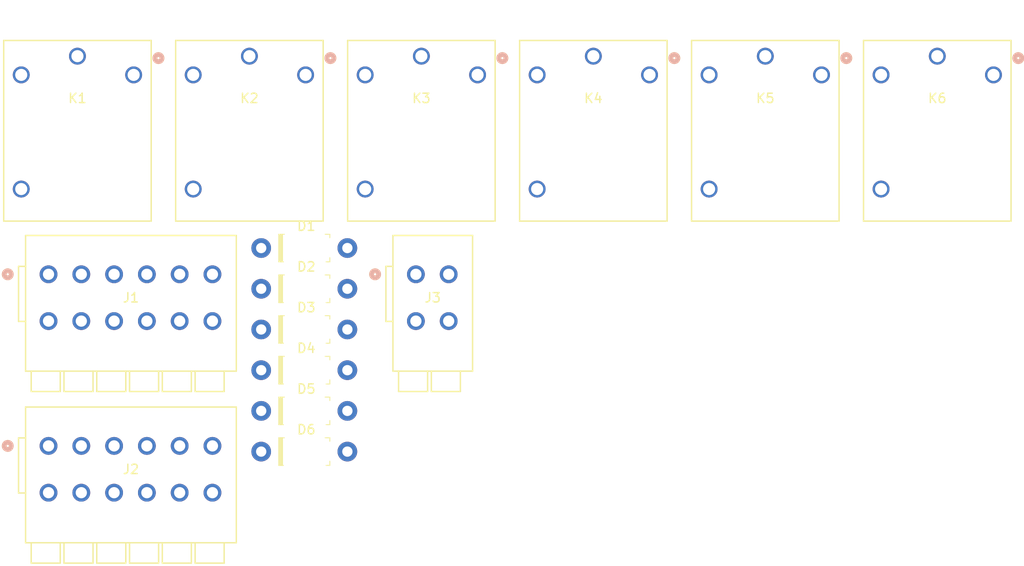
<source format=kicad_pcb>
(kicad_pcb (version 20241229) (generator "pcbnew") (generator_version "9.0")
  (layers (0 "F.Cu" signal) (2 "B.Cu" signal) (13 "F.Paste" user) (15 "B.Paste" user) (5 "F.SilkS" user "F.Silkscreen") (7 "B.SilkS" user "B.Silkscreen") (1 "F.Mask" user) (3 "B.Mask" user) (25 "Edge.Cuts" user))
  (net 0 "")
  (net 1 "Net-(D1-PadA)")
  (net 2 "Net-(J3-1_1)")
  (net 3 "Net-(D2-PadA)")
  (net 4 "Net-(D3-PadA)")
  (net 5 "Net-(D4-PadA)")
  (net 6 "Net-(D5-PadA)")
  (net 7 "Net-(J3-2_1)")
  (net 8 "Net-(J1-5_1)")
  (net 9 "Net-(J1-1_1)")
  (net 10 "Net-(J1-6_1)")
  (net 11 "Net-(J1-3_1)")
  (net 12 "Net-(J1-4_1)")
  (net 13 "Net-(J1-2_1)")
  (net 14 "Net-(J2-4_1)")
  (net 15 "Net-(J2-2_1)")
  (net 16 "Net-(J2-3_1)")
  (net 17 "Net-(J2-1_1)")
  (net 18 "Net-(J2-6_1)")
  (net 19 "Net-(J2-5_1)")
  (footprint "2601_1102:CONN2_2601-1102_WAG" (layer "F.Cu") (at 128 84.5)
    (property "Reference" "J3" (at 1.8 2.5 0) (layer "F.SilkS"))
    (property "Value" "2601-1102")
    (fp_line (start -3.2 5.034001) (end -3.2 -0.849998) (stroke (width 0.1524)) (layer "F.SilkS"))
    (fp_line (start -2.45 -4.149999) (end 6.05 -4.149999) (stroke (width 0.1524)) (layer "F.SilkS"))
    (fp_line (start -2.45 10.349999) (end -2.45 -4.149999) (stroke (width 0.1524)) (layer "F.SilkS"))
    (fp_line (start -2.45 10.349999) (end 6.05 10.349999) (stroke (width 0.1524)) (layer "F.SilkS"))
    (fp_line (start -2.449999 -0.849998) (end -3.2 -0.849998) (stroke (width 0.1524)) (layer "F.SilkS"))
    (fp_line (start -2.449999 5.034001) (end -3.2 5.034001) (stroke (width 0.1524)) (layer "F.SilkS"))
    (fp_line (start -1.85 10.35) (end -1.85 12.524999) (stroke (width 0.1524)) (layer "F.SilkS"))
    (fp_line (start -1.85 12.524999) (end 1.249999 12.524999) (stroke (width 0.1524)) (layer "F.SilkS"))
    (fp_line (start 1.249999 10.35) (end 1.249999 12.524999) (stroke (width 0.1524)) (layer "F.SilkS"))
    (fp_line (start 1.650001 10.35) (end 1.650001 12.524999) (stroke (width 0.1524)) (layer "F.SilkS"))
    (fp_line (start 1.650001 12.524999) (end 4.75 12.524999) (stroke (width 0.1524)) (layer "F.SilkS"))
    (fp_line (start 4.75 10.35) (end 4.75 12.524999) (stroke (width 0.1524)) (layer "F.SilkS"))
    (fp_line (start 6.05 -4.149999) (end 6.05 10.349999) (stroke (width 0.1524)) (layer "F.SilkS"))
    (fp_circle (center -4.355 0) (end -3.974 0) (stroke (width 0.508)) (fill no) (layer "F.SilkS"))
    (fp_circle (center -4.355 0) (end -3.974 0) (stroke (width 0.508)) (fill no) (layer "B.SilkS"))
    (pad "1" thru_hole circle (at 0 0) (size 1.9 1.9) (drill 1.2) (layers "*.Cu" "*.Mask") (net 2 "Net-(J3-1_1)"))
    (pad "2" thru_hole circle (at 0 5) (size 1.9 1.9) (drill 1.2) (layers "*.Cu" "*.Mask") (net 2 "Net-(J3-1_1)"))
    (pad "3" thru_hole circle (at 3.5 0) (size 1.9 1.9) (drill 1.2) (layers "*.Cu" "*.Mask") (net 7 "Net-(J3-2_1)"))
    (pad "4" thru_hole circle (at 3.5 5) (size 1.9 1.9) (drill 1.2) (layers "*.Cu" "*.Mask") (net 7 "Net-(J3-2_1)"))
  )
  (footprint "J107F1AS2012VDC.80:RELAY_J107F1A_CRS" (layer "F.Cu") (at 110.226388 61.191263)
    (property "Reference" "K2" (at 0 4.5 0) (layer "F.SilkS"))
    (property "Value" "J107F1AS2012VDC.80")
    (fp_line (start -7.874003 -1.677013) (end -7.874003 17.626987) (stroke (width 0.1524)) (layer "F.SilkS"))
    (fp_line (start -7.874003 17.626987) (end 7.873997 17.626987) (stroke (width 0.1524)) (layer "F.SilkS"))
    (fp_line (start 7.873997 -1.677013) (end -7.874003 -1.677013) (stroke (width 0.1524)) (layer "F.SilkS"))
    (fp_line (start 7.873997 17.626987) (end 7.873997 -1.677013) (stroke (width 0.1524)) (layer "F.SilkS"))
    (fp_circle (center 8.646982 0.209102) (end 9.027982 0.209102) (stroke (width 0.508)) (fill no) (layer "F.SilkS"))
    (fp_circle (center 8.646982 0.209102) (end 9.027982 0.209102) (stroke (width 0.508)) (fill no) (layer "B.SilkS"))
    (pad "1" thru_hole circle (at 0 0) (size 1.8034 1.8034) (drill 1.2954) (layers "*.Cu" "*.Mask") (net 8 "Net-(J1-5_1)"))
    (pad "2" thru_hole circle (at -6.000001 2) (size 1.8034 1.8034) (drill 1.2954) (layers "*.Cu" "*.Mask") (net 3 "Net-(D2-PadA)"))
    (pad "3" thru_hole circle (at -6.000001 14.200001) (size 1.8034 1.8034) (drill 1.2954) (layers "*.Cu" "*.Mask") (net 15 "Net-(J2-2_1)"))
    (pad "4" thru_hole circle (at 5.999996 2) (size 1.8034 1.8034) (drill 1.2954) (layers "*.Cu" "*.Mask") (net 1 "Net-(D1-PadA)"))
  )
  (footprint "digikey-footprints:DO-41" (layer "F.Cu") (at 111.485 86.044801)
    (property "Reference" "D2" (at 4.8133 -2.34696 0) (layer "F.SilkS"))
    (property "Value" "1N4001-TP")
    (fp_line (start 1.875 -1.475) (end 1.875 1.475) (stroke (width 0.1)) (layer "F.SilkS"))
    (fp_line (start 1.875 1.475) (end 2.375 1.475) (stroke (width 0.1)) (layer "F.SilkS"))
    (fp_line (start 1.975 -1.475) (end 1.975 1.475) (stroke (width 0.1)) (layer "F.SilkS"))
    (fp_line (start 2.075 -1.475) (end 2.075 1.475) (stroke (width 0.1)) (layer "F.SilkS"))
    (fp_line (start 2.175 -1.475) (end 2.175 1.475) (stroke (width 0.1)) (layer "F.SilkS"))
    (fp_line (start 2.275 -1.475) (end 2.275 1.475) (stroke (width 0.1)) (layer "F.SilkS"))
    (fp_line (start 2.475 -1.475) (end 1.875 -1.475) (stroke (width 0.1)) (layer "F.SilkS"))
    (fp_line (start 6.825 -1.475) (end 7.325 -1.475) (stroke (width 0.1)) (layer "F.SilkS"))
    (fp_line (start 7.325 -1.475) (end 7.325 -1.1) (stroke (width 0.1)) (layer "F.SilkS"))
    (fp_line (start 7.325 1.025) (end 7.325 1.475) (stroke (width 0.1)) (layer "F.SilkS"))
    (fp_line (start 7.325 1.475) (end 6.925 1.475) (stroke (width 0.1)) (layer "F.SilkS"))
    (pad "A" thru_hole circle (at 9.2 0) (size 2.1 2.1) (drill 1.1) (layers "*.Cu" "*.Mask") (net 3 "Net-(D2-PadA)"))
    (pad "K" thru_hole circle (at 0 0) (size 2.1 2.1) (drill 1.1) (layers "*.Cu" "*.Mask") (net 1 "Net-(D1-PadA)"))
  )
  (footprint "digikey-footprints:DO-41" (layer "F.Cu") (at 111.485 81.694801)
    (property "Reference" "D1" (at 4.8133 -2.34696 0) (layer "F.SilkS"))
    (property "Value" "1N4001-TP")
    (fp_line (start 1.875 -1.475) (end 1.875 1.475) (stroke (width 0.1)) (layer "F.SilkS"))
    (fp_line (start 1.875 1.475) (end 2.375 1.475) (stroke (width 0.1)) (layer "F.SilkS"))
    (fp_line (start 1.975 -1.475) (end 1.975 1.475) (stroke (width 0.1)) (layer "F.SilkS"))
    (fp_line (start 2.075 -1.475) (end 2.075 1.475) (stroke (width 0.1)) (layer "F.SilkS"))
    (fp_line (start 2.175 -1.475) (end 2.175 1.475) (stroke (width 0.1)) (layer "F.SilkS"))
    (fp_line (start 2.275 -1.475) (end 2.275 1.475) (stroke (width 0.1)) (layer "F.SilkS"))
    (fp_line (start 2.475 -1.475) (end 1.875 -1.475) (stroke (width 0.1)) (layer "F.SilkS"))
    (fp_line (start 6.825 -1.475) (end 7.325 -1.475) (stroke (width 0.1)) (layer "F.SilkS"))
    (fp_line (start 7.325 -1.475) (end 7.325 -1.1) (stroke (width 0.1)) (layer "F.SilkS"))
    (fp_line (start 7.325 1.025) (end 7.325 1.475) (stroke (width 0.1)) (layer "F.SilkS"))
    (fp_line (start 7.325 1.475) (end 6.925 1.475) (stroke (width 0.1)) (layer "F.SilkS"))
    (pad "A" thru_hole circle (at 9.2 0) (size 2.1 2.1) (drill 1.1) (layers "*.Cu" "*.Mask") (net 1 "Net-(D1-PadA)"))
    (pad "K" thru_hole circle (at 0 0) (size 2.1 2.1) (drill 1.1) (layers "*.Cu" "*.Mask") (net 2 "Net-(J3-1_1)"))
  )
  (footprint "J107F1AS2012VDC.80:RELAY_J107F1A_CRS" (layer "F.Cu") (at 146.944758 61.191263)
    (property "Reference" "K4" (at 0 4.5 0) (layer "F.SilkS"))
    (property "Value" "J107F1AS2012VDC.80")
    (fp_line (start -7.874003 -1.677013) (end -7.874003 17.626987) (stroke (width 0.1524)) (layer "F.SilkS"))
    (fp_line (start -7.874003 17.626987) (end 7.873997 17.626987) (stroke (width 0.1524)) (layer "F.SilkS"))
    (fp_line (start 7.873997 -1.677013) (end -7.874003 -1.677013) (stroke (width 0.1524)) (layer "F.SilkS"))
    (fp_line (start 7.873997 17.626987) (end 7.873997 -1.677013) (stroke (width 0.1524)) (layer "F.SilkS"))
    (fp_circle (center 8.646982 0.209102) (end 9.027982 0.209102) (stroke (width 0.508)) (fill no) (layer "F.SilkS"))
    (fp_circle (center 8.646982 0.209102) (end 9.027982 0.209102) (stroke (width 0.508)) (fill no) (layer "B.SilkS"))
    (pad "1" thru_hole circle (at 0 0) (size 1.8034 1.8034) (drill 1.2954) (layers "*.Cu" "*.Mask") (net 11 "Net-(J1-3_1)"))
    (pad "2" thru_hole circle (at -6.000001 2) (size 1.8034 1.8034) (drill 1.2954) (layers "*.Cu" "*.Mask") (net 5 "Net-(D4-PadA)"))
    (pad "3" thru_hole circle (at -6.000001 14.200001) (size 1.8034 1.8034) (drill 1.2954) (layers "*.Cu" "*.Mask") (net 14 "Net-(J2-4_1)"))
    (pad "4" thru_hole circle (at 5.999996 2) (size 1.8034 1.8034) (drill 1.2954) (layers "*.Cu" "*.Mask") (net 4 "Net-(D3-PadA)"))
  )
  (footprint "2601_1106:CONN6_2601-1106_WAG" (layer "F.Cu") (at 88.779998 84.5)
    (property "Reference" "J1" (at 8.800002 2.5 0) (layer "F.SilkS"))
    (property "Value" "2601-1106")
    (fp_line (start -3.199996 5.034001) (end -3.199996 -0.849998) (stroke (width 0.1524)) (layer "F.SilkS"))
    (fp_line (start -2.449996 -4.149999) (end 20.050003 -4.149999) (stroke (width 0.1524)) (layer "F.SilkS"))
    (fp_line (start -2.449996 10.349999) (end -2.449996 -4.149999) (stroke (width 0.1524)) (layer "F.SilkS"))
    (fp_line (start -2.449996 10.349999) (end 20.050003 10.349999) (stroke (width 0.1524)) (layer "F.SilkS"))
    (fp_line (start -2.449995 -0.849998) (end -3.199996 -0.849998) (stroke (width 0.1524)) (layer "F.SilkS"))
    (fp_line (start -2.449995 5.034001) (end -3.199996 5.034001) (stroke (width 0.1524)) (layer "F.SilkS"))
    (fp_line (start -1.849997 10.35) (end -1.849997 12.524999) (stroke (width 0.1524)) (layer "F.SilkS"))
    (fp_line (start -1.849997 12.524999) (end 1.250002 12.524999) (stroke (width 0.1524)) (layer "F.SilkS"))
    (fp_line (start 1.250002 10.35) (end 1.250002 12.524999) (stroke (width 0.1524)) (layer "F.SilkS"))
    (fp_line (start 1.650004 10.35) (end 1.650004 12.524999) (stroke (width 0.1524)) (layer "F.SilkS"))
    (fp_line (start 1.650004 12.524999) (end 4.750003 12.524999) (stroke (width 0.1524)) (layer "F.SilkS"))
    (fp_line (start 4.750003 10.35) (end 4.750003 12.524999) (stroke (width 0.1524)) (layer "F.SilkS"))
    (fp_line (start 5.150005 10.35) (end 5.150005 12.524999) (stroke (width 0.1524)) (layer "F.SilkS"))
    (fp_line (start 5.150005 12.524999) (end 8.250003 12.524999) (stroke (width 0.1524)) (layer "F.SilkS"))
    (fp_line (start 8.250003 10.35) (end 8.250003 12.524999) (stroke (width 0.1524)) (layer "F.SilkS"))
    (fp_line (start 8.650005 10.35) (end 8.650005 12.524999) (stroke (width 0.1524)) (layer "F.SilkS"))
    (fp_line (start 8.650005 12.524999) (end 11.750004 12.524999) (stroke (width 0.1524)) (layer "F.SilkS"))
    (fp_line (start 11.750004 10.35) (end 11.750004 12.524999) (stroke (width 0.1524)) (layer "F.SilkS"))
    (fp_line (start 12.150006 10.35) (end 12.150006 12.524999) (stroke (width 0.1524)) (layer "F.SilkS"))
    (fp_line (start 12.150006 12.524999) (end 15.250005 12.524999) (stroke (width 0.1524)) (layer "F.SilkS"))
    (fp_line (start 15.250005 10.35) (end 15.250005 12.524999) (stroke (width 0.1524)) (layer "F.SilkS"))
    (fp_line (start 15.650006 10.35) (end 15.650006 12.524999) (stroke (width 0.1524)) (layer "F.SilkS"))
    (fp_line (start 15.650006 12.524999) (end 18.750005 12.524999) (stroke (width 0.1524)) (layer "F.SilkS"))
    (fp_line (start 18.750005 10.35) (end 18.750005 12.524999) (stroke (width 0.1524)) (layer "F.SilkS"))
    (fp_line (start 20.050003 -4.149999) (end 20.050003 10.349999) (stroke (width 0.1524)) (layer "F.SilkS"))
    (fp_circle (center -4.354998 0) (end -3.973998 0) (stroke (width 0.508)) (fill no) (layer "F.SilkS"))
    (fp_circle (center -4.354998 0) (end -3.973998 0) (stroke (width 0.508)) (fill no) (layer "B.SilkS"))
    (pad "1" thru_hole circle (at 0 0) (size 1.9 1.9) (drill 1.2) (layers "*.Cu" "*.Mask") (net 9 "Net-(J1-1_1)"))
    (pad "2" thru_hole circle (at 0 5) (size 1.9 1.9) (drill 1.2) (layers "*.Cu" "*.Mask") (net 9 "Net-(J1-1_1)"))
    (pad "3" thru_hole circle (at 3.5 0) (size 1.9 1.9) (drill 1.2) (layers "*.Cu" "*.Mask") (net 13 "Net-(J1-2_1)"))
    (pad "4" thru_hole circle (at 3.5 5) (size 1.9 1.9) (drill 1.2) (layers "*.Cu" "*.Mask") (net 13 "Net-(J1-2_1)"))
    (pad "5" thru_hole circle (at 7.000003 0) (size 1.9 1.9) (drill 1.2) (layers "*.Cu" "*.Mask") (net 11 "Net-(J1-3_1)"))
    (pad "6" thru_hole circle (at 7.000003 5) (size 1.9 1.9) (drill 1.2) (layers "*.Cu" "*.Mask") (net 11 "Net-(J1-3_1)"))
    (pad "7" thru_hole circle (at 10.500004 0) (size 1.9 1.9) (drill 1.2) (layers "*.Cu" "*.Mask") (net 12 "Net-(J1-4_1)"))
    (pad "8" thru_hole circle (at 10.500004 5) (size 1.9 1.9) (drill 1.2) (layers "*.Cu" "*.Mask") (net 12 "Net-(J1-4_1)"))
    (pad "9" thru_hole circle (at 14.000005 0) (size 1.9 1.9) (drill 1.2) (layers "*.Cu" "*.Mask") (net 8 "Net-(J1-5_1)"))
    (pad "10" thru_hole circle (at 14.000005 5) (size 1.9 1.9) (drill 1.2) (layers "*.Cu" "*.Mask") (net 8 "Net-(J1-5_1)"))
    (pad "11" thru_hole circle (at 17.500005 0) (size 1.9 1.9) (drill 1.2) (layers "*.Cu" "*.Mask") (net 10 "Net-(J1-6_1)"))
    (pad "12" thru_hole circle (at 17.500005 5) (size 1.9 1.9) (drill 1.2) (layers "*.Cu" "*.Mask") (net 10 "Net-(J1-6_1)"))
  )
  (footprint "digikey-footprints:DO-41" (layer "F.Cu") (at 111.485 94.744801)
    (property "Reference" "D4" (at 4.8133 -2.34696 0) (layer "F.SilkS"))
    (property "Value" "1N4001-TP")
    (fp_line (start 1.875 -1.475) (end 1.875 1.475) (stroke (width 0.1)) (layer "F.SilkS"))
    (fp_line (start 1.875 1.475) (end 2.375 1.475) (stroke (width 0.1)) (layer "F.SilkS"))
    (fp_line (start 1.975 -1.475) (end 1.975 1.475) (stroke (width 0.1)) (layer "F.SilkS"))
    (fp_line (start 2.075 -1.475) (end 2.075 1.475) (stroke (width 0.1)) (layer "F.SilkS"))
    (fp_line (start 2.175 -1.475) (end 2.175 1.475) (stroke (width 0.1)) (layer "F.SilkS"))
    (fp_line (start 2.275 -1.475) (end 2.275 1.475) (stroke (width 0.1)) (layer "F.SilkS"))
    (fp_line (start 2.475 -1.475) (end 1.875 -1.475) (stroke (width 0.1)) (layer "F.SilkS"))
    (fp_line (start 6.825 -1.475) (end 7.325 -1.475) (stroke (width 0.1)) (layer "F.SilkS"))
    (fp_line (start 7.325 -1.475) (end 7.325 -1.1) (stroke (width 0.1)) (layer "F.SilkS"))
    (fp_line (start 7.325 1.025) (end 7.325 1.475) (stroke (width 0.1)) (layer "F.SilkS"))
    (fp_line (start 7.325 1.475) (end 6.925 1.475) (stroke (width 0.1)) (layer "F.SilkS"))
    (pad "A" thru_hole circle (at 9.2 0) (size 2.1 2.1) (drill 1.1) (layers "*.Cu" "*.Mask") (net 5 "Net-(D4-PadA)"))
    (pad "K" thru_hole circle (at 0 0) (size 2.1 2.1) (drill 1.1) (layers "*.Cu" "*.Mask") (net 4 "Net-(D3-PadA)"))
  )
  (footprint "J107F1AS2012VDC.80:RELAY_J107F1A_CRS" (layer "F.Cu") (at 128.585573 61.191263)
    (property "Reference" "K3" (at 0 4.5 0) (layer "F.SilkS"))
    (property "Value" "J107F1AS2012VDC.80")
    (fp_line (start -7.874003 -1.677013) (end -7.874003 17.626987) (stroke (width 0.1524)) (layer "F.SilkS"))
    (fp_line (start -7.874003 17.626987) (end 7.873997 17.626987) (stroke (width 0.1524)) (layer "F.SilkS"))
    (fp_line (start 7.873997 -1.677013) (end -7.874003 -1.677013) (stroke (width 0.1524)) (layer "F.SilkS"))
    (fp_line (start 7.873997 17.626987) (end 7.873997 -1.677013) (stroke (width 0.1524)) (layer "F.SilkS"))
    (fp_circle (center 8.646982 0.209102) (end 9.027982 0.209102) (stroke (width 0.508)) (fill no) (layer "F.SilkS"))
    (fp_circle (center 8.646982 0.209102) (end 9.027982 0.209102) (stroke (width 0.508)) (fill no) (layer "B.SilkS"))
    (pad "1" thru_hole circle (at 0 0) (size 1.8034 1.8034) (drill 1.2954) (layers "*.Cu" "*.Mask") (net 12 "Net-(J1-4_1)"))
    (pad "2" thru_hole circle (at -6.000001 2) (size 1.8034 1.8034) (drill 1.2954) (layers "*.Cu" "*.Mask") (net 4 "Net-(D3-PadA)"))
    (pad "3" thru_hole circle (at -6.000001 14.200001) (size 1.8034 1.8034) (drill 1.2954) (layers "*.Cu" "*.Mask") (net 16 "Net-(J2-3_1)"))
    (pad "4" thru_hole circle (at 5.999996 2) (size 1.8034 1.8034) (drill 1.2954) (layers "*.Cu" "*.Mask") (net 3 "Net-(D2-PadA)"))
  )
  (footprint "2601_1106:CONN6_2601-1106_WAG" (layer "F.Cu") (at 88.779998 102.835398)
    (property "Reference" "J2" (at 8.800002 2.5 0) (layer "F.SilkS"))
    (property "Value" "2601-1106")
    (fp_line (start -3.199996 5.034001) (end -3.199996 -0.849998) (stroke (width 0.1524)) (layer "F.SilkS"))
    (fp_line (start -2.449996 -4.149999) (end 20.050003 -4.149999) (stroke (width 0.1524)) (layer "F.SilkS"))
    (fp_line (start -2.449996 10.349999) (end -2.449996 -4.149999) (stroke (width 0.1524)) (layer "F.SilkS"))
    (fp_line (start -2.449996 10.349999) (end 20.050003 10.349999) (stroke (width 0.1524)) (layer "F.SilkS"))
    (fp_line (start -2.449995 -0.849998) (end -3.199996 -0.849998) (stroke (width 0.1524)) (layer "F.SilkS"))
    (fp_line (start -2.449995 5.034001) (end -3.199996 5.034001) (stroke (width 0.1524)) (layer "F.SilkS"))
    (fp_line (start -1.849997 10.35) (end -1.849997 12.524999) (stroke (width 0.1524)) (layer "F.SilkS"))
    (fp_line (start -1.849997 12.524999) (end 1.250002 12.524999) (stroke (width 0.1524)) (layer "F.SilkS"))
    (fp_line (start 1.250002 10.35) (end 1.250002 12.524999) (stroke (width 0.1524)) (layer "F.SilkS"))
    (fp_line (start 1.650004 10.35) (end 1.650004 12.524999) (stroke (width 0.1524)) (layer "F.SilkS"))
    (fp_line (start 1.650004 12.524999) (end 4.750003 12.524999) (stroke (width 0.1524)) (layer "F.SilkS"))
    (fp_line (start 4.750003 10.35) (end 4.750003 12.524999) (stroke (width 0.1524)) (layer "F.SilkS"))
    (fp_line (start 5.150005 10.35) (end 5.150005 12.524999) (stroke (width 0.1524)) (layer "F.SilkS"))
    (fp_line (start 5.150005 12.524999) (end 8.250003 12.524999) (stroke (width 0.1524)) (layer "F.SilkS"))
    (fp_line (start 8.250003 10.35) (end 8.250003 12.524999) (stroke (width 0.1524)) (layer "F.SilkS"))
    (fp_line (start 8.650005 10.35) (end 8.650005 12.524999) (stroke (width 0.1524)) (layer "F.SilkS"))
    (fp_line (start 8.650005 12.524999) (end 11.750004 12.524999) (stroke (width 0.1524)) (layer "F.SilkS"))
    (fp_line (start 11.750004 10.35) (end 11.750004 12.524999) (stroke (width 0.1524)) (layer "F.SilkS"))
    (fp_line (start 12.150006 10.35) (end 12.150006 12.524999) (stroke (width 0.1524)) (layer "F.SilkS"))
    (fp_line (start 12.150006 12.524999) (end 15.250005 12.524999) (stroke (width 0.1524)) (layer "F.SilkS"))
    (fp_line (start 15.250005 10.35) (end 15.250005 12.524999) (stroke (width 0.1524)) (layer "F.SilkS"))
    (fp_line (start 15.650006 10.35) (end 15.650006 12.524999) (stroke (width 0.1524)) (layer "F.SilkS"))
    (fp_line (start 15.650006 12.524999) (end 18.750005 12.524999) (stroke (width 0.1524)) (layer "F.SilkS"))
    (fp_line (start 18.750005 10.35) (end 18.750005 12.524999) (stroke (width 0.1524)) (layer "F.SilkS"))
    (fp_line (start 20.050003 -4.149999) (end 20.050003 10.349999) (stroke (width 0.1524)) (layer "F.SilkS"))
    (fp_circle (center -4.354998 0) (end -3.973998 0) (stroke (width 0.508)) (fill no) (layer "F.SilkS"))
    (fp_circle (center -4.354998 0) (end -3.973998 0) (stroke (width 0.508)) (fill no) (layer "B.SilkS"))
    (pad "1" thru_hole circle (at 0 0) (size 1.9 1.9) (drill 1.2) (layers "*.Cu" "*.Mask") (net 17 "Net-(J2-1_1)"))
    (pad "2" thru_hole circle (at 0 5) (size 1.9 1.9) (drill 1.2) (layers "*.Cu" "*.Mask") (net 17 "Net-(J2-1_1)"))
    (pad "3" thru_hole circle (at 3.5 0) (size 1.9 1.9) (drill 1.2) (layers "*.Cu" "*.Mask") (net 15 "Net-(J2-2_1)"))
    (pad "4" thru_hole circle (at 3.5 5) (size 1.9 1.9) (drill 1.2) (layers "*.Cu" "*.Mask") (net 15 "Net-(J2-2_1)"))
    (pad "5" thru_hole circle (at 7.000003 0) (size 1.9 1.9) (drill 1.2) (layers "*.Cu" "*.Mask") (net 16 "Net-(J2-3_1)"))
    (pad "6" thru_hole circle (at 7.000003 5) (size 1.9 1.9) (drill 1.2) (layers "*.Cu" "*.Mask") (net 16 "Net-(J2-3_1)"))
    (pad "7" thru_hole circle (at 10.500004 0) (size 1.9 1.9) (drill 1.2) (layers "*.Cu" "*.Mask") (net 14 "Net-(J2-4_1)"))
    (pad "8" thru_hole circle (at 10.500004 5) (size 1.9 1.9) (drill 1.2) (layers "*.Cu" "*.Mask") (net 14 "Net-(J2-4_1)"))
    (pad "9" thru_hole circle (at 14.000005 0) (size 1.9 1.9) (drill 1.2) (layers "*.Cu" "*.Mask") (net 19 "Net-(J2-5_1)"))
    (pad "10" thru_hole circle (at 14.000005 5) (size 1.9 1.9) (drill 1.2) (layers "*.Cu" "*.Mask") (net 19 "Net-(J2-5_1)"))
    (pad "11" thru_hole circle (at 17.500005 0) (size 1.9 1.9) (drill 1.2) (layers "*.Cu" "*.Mask") (net 18 "Net-(J2-6_1)"))
    (pad "12" thru_hole circle (at 17.500005 5) (size 1.9 1.9) (drill 1.2) (layers "*.Cu" "*.Mask") (net 18 "Net-(J2-6_1)"))
  )
  (footprint "J107F1AS2012VDC.80:RELAY_J107F1A_CRS" (layer "F.Cu") (at 183.663128 61.191263)
    (property "Reference" "K6" (at 0 4.5 0) (layer "F.SilkS"))
    (property "Value" "J107F1AS2012VDC.80")
    (fp_line (start -7.874003 -1.677013) (end -7.874003 17.626987) (stroke (width 0.1524)) (layer "F.SilkS"))
    (fp_line (start -7.874003 17.626987) (end 7.873997 17.626987) (stroke (width 0.1524)) (layer "F.SilkS"))
    (fp_line (start 7.873997 -1.677013) (end -7.874003 -1.677013) (stroke (width 0.1524)) (layer "F.SilkS"))
    (fp_line (start 7.873997 17.626987) (end 7.873997 -1.677013) (stroke (width 0.1524)) (layer "F.SilkS"))
    (fp_circle (center 8.646982 0.209102) (end 9.027982 0.209102) (stroke (width 0.508)) (fill no) (layer "F.SilkS"))
    (fp_circle (center 8.646982 0.209102) (end 9.027982 0.209102) (stroke (width 0.508)) (fill no) (layer "B.SilkS"))
    (pad "1" thru_hole circle (at 0 0) (size 1.8034 1.8034) (drill 1.2954) (layers "*.Cu" "*.Mask") (net 9 "Net-(J1-1_1)"))
    (pad "2" thru_hole circle (at -6.000001 2) (size 1.8034 1.8034) (drill 1.2954) (layers "*.Cu" "*.Mask") (net 7 "Net-(J3-2_1)"))
    (pad "3" thru_hole circle (at -6.000001 14.200001) (size 1.8034 1.8034) (drill 1.2954) (layers "*.Cu" "*.Mask") (net 18 "Net-(J2-6_1)"))
    (pad "4" thru_hole circle (at 5.999996 2) (size 1.8034 1.8034) (drill 1.2954) (layers "*.Cu" "*.Mask") (net 6 "Net-(D5-PadA)"))
  )
  (footprint "J107F1AS2012VDC.80:RELAY_J107F1A_CRS" (layer "F.Cu") (at 165.303943 61.191263)
    (property "Reference" "K5" (at 0 4.5 0) (layer "F.SilkS"))
    (property "Value" "J107F1AS2012VDC.80")
    (fp_line (start -7.874003 -1.677013) (end -7.874003 17.626987) (stroke (width 0.1524)) (layer "F.SilkS"))
    (fp_line (start -7.874003 17.626987) (end 7.873997 17.626987) (stroke (width 0.1524)) (layer "F.SilkS"))
    (fp_line (start 7.873997 -1.677013) (end -7.874003 -1.677013) (stroke (width 0.1524)) (layer "F.SilkS"))
    (fp_line (start 7.873997 17.626987) (end 7.873997 -1.677013) (stroke (width 0.1524)) (layer "F.SilkS"))
    (fp_circle (center 8.646982 0.209102) (end 9.027982 0.209102) (stroke (width 0.508)) (fill no) (layer "F.SilkS"))
    (fp_circle (center 8.646982 0.209102) (end 9.027982 0.209102) (stroke (width 0.508)) (fill no) (layer "B.SilkS"))
    (pad "1" thru_hole circle (at 0 0) (size 1.8034 1.8034) (drill 1.2954) (layers "*.Cu" "*.Mask") (net 13 "Net-(J1-2_1)"))
    (pad "2" thru_hole circle (at -6.000001 2) (size 1.8034 1.8034) (drill 1.2954) (layers "*.Cu" "*.Mask") (net 6 "Net-(D5-PadA)"))
    (pad "3" thru_hole circle (at -6.000001 14.200001) (size 1.8034 1.8034) (drill 1.2954) (layers "*.Cu" "*.Mask") (net 19 "Net-(J2-5_1)"))
    (pad "4" thru_hole circle (at 5.999996 2) (size 1.8034 1.8034) (drill 1.2954) (layers "*.Cu" "*.Mask") (net 5 "Net-(D4-PadA)"))
  )
  (footprint "digikey-footprints:DO-41" (layer "F.Cu") (at 111.485 103.444801)
    (property "Reference" "D6" (at 4.8133 -2.34696 0) (layer "F.SilkS"))
    (property "Value" "1N4001-TP")
    (fp_line (start 1.875 -1.475) (end 1.875 1.475) (stroke (width 0.1)) (layer "F.SilkS"))
    (fp_line (start 1.875 1.475) (end 2.375 1.475) (stroke (width 0.1)) (layer "F.SilkS"))
    (fp_line (start 1.975 -1.475) (end 1.975 1.475) (stroke (width 0.1)) (layer "F.SilkS"))
    (fp_line (start 2.075 -1.475) (end 2.075 1.475) (stroke (width 0.1)) (layer "F.SilkS"))
    (fp_line (start 2.175 -1.475) (end 2.175 1.475) (stroke (width 0.1)) (layer "F.SilkS"))
    (fp_line (start 2.275 -1.475) (end 2.275 1.475) (stroke (width 0.1)) (layer "F.SilkS"))
    (fp_line (start 2.475 -1.475) (end 1.875 -1.475) (stroke (width 0.1)) (layer "F.SilkS"))
    (fp_line (start 6.825 -1.475) (end 7.325 -1.475) (stroke (width 0.1)) (layer "F.SilkS"))
    (fp_line (start 7.325 -1.475) (end 7.325 -1.1) (stroke (width 0.1)) (layer "F.SilkS"))
    (fp_line (start 7.325 1.025) (end 7.325 1.475) (stroke (width 0.1)) (layer "F.SilkS"))
    (fp_line (start 7.325 1.475) (end 6.925 1.475) (stroke (width 0.1)) (layer "F.SilkS"))
    (pad "A" thru_hole circle (at 9.2 0) (size 2.1 2.1) (drill 1.1) (layers "*.Cu" "*.Mask") (net 7 "Net-(J3-2_1)"))
    (pad "K" thru_hole circle (at 0 0) (size 2.1 2.1) (drill 1.1) (layers "*.Cu" "*.Mask") (net 6 "Net-(D5-PadA)"))
  )
  (footprint "digikey-footprints:DO-41" (layer "F.Cu") (at 111.485 90.394801)
    (property "Reference" "D3" (at 4.8133 -2.34696 0) (layer "F.SilkS"))
    (property "Value" "1N4001-TP")
    (fp_line (start 1.875 -1.475) (end 1.875 1.475) (stroke (width 0.1)) (layer "F.SilkS"))
    (fp_line (start 1.875 1.475) (end 2.375 1.475) (stroke (width 0.1)) (layer "F.SilkS"))
    (fp_line (start 1.975 -1.475) (end 1.975 1.475) (stroke (width 0.1)) (layer "F.SilkS"))
    (fp_line (start 2.075 -1.475) (end 2.075 1.475) (stroke (width 0.1)) (layer "F.SilkS"))
    (fp_line (start 2.175 -1.475) (end 2.175 1.475) (stroke (width 0.1)) (layer "F.SilkS"))
    (fp_line (start 2.275 -1.475) (end 2.275 1.475) (stroke (width 0.1)) (layer "F.SilkS"))
    (fp_line (start 2.475 -1.475) (end 1.875 -1.475) (stroke (width 0.1)) (layer "F.SilkS"))
    (fp_line (start 6.825 -1.475) (end 7.325 -1.475) (stroke (width 0.1)) (layer "F.SilkS"))
    (fp_line (start 7.325 -1.475) (end 7.325 -1.1) (stroke (width 0.1)) (layer "F.SilkS"))
    (fp_line (start 7.325 1.025) (end 7.325 1.475) (stroke (width 0.1)) (layer "F.SilkS"))
    (fp_line (start 7.325 1.475) (end 6.925 1.475) (stroke (width 0.1)) (layer "F.SilkS"))
    (pad "A" thru_hole circle (at 9.2 0) (size 2.1 2.1) (drill 1.1) (layers "*.Cu" "*.Mask") (net 4 "Net-(D3-PadA)"))
    (pad "K" thru_hole circle (at 0 0) (size 2.1 2.1) (drill 1.1) (layers "*.Cu" "*.Mask") (net 3 "Net-(D2-PadA)"))
  )
  (footprint "J107F1AS2012VDC.80:RELAY_J107F1A_CRS" (layer "F.Cu") (at 91.867203 61.191263)
    (property "Reference" "K1" (at 0 4.5 0) (layer "F.SilkS"))
    (property "Value" "J107F1AS2012VDC.80")
    (fp_line (start -7.874003 -1.677013) (end -7.874003 17.626987) (stroke (width 0.1524)) (layer "F.SilkS"))
    (fp_line (start -7.874003 17.626987) (end 7.873997 17.626987) (stroke (width 0.1524)) (layer "F.SilkS"))
    (fp_line (start 7.873997 -1.677013) (end -7.874003 -1.677013) (stroke (width 0.1524)) (layer "F.SilkS"))
    (fp_line (start 7.873997 17.626987) (end 7.873997 -1.677013) (stroke (width 0.1524)) (layer "F.SilkS"))
    (fp_circle (center 8.646982 0.209102) (end 9.027982 0.209102) (stroke (width 0.508)) (fill no) (layer "F.SilkS"))
    (fp_circle (center 8.646982 0.209102) (end 9.027982 0.209102) (stroke (width 0.508)) (fill no) (layer "B.SilkS"))
    (pad "1" thru_hole circle (at 0 0) (size 1.8034 1.8034) (drill 1.2954) (layers "*.Cu" "*.Mask") (net 10 "Net-(J1-6_1)"))
    (pad "2" thru_hole circle (at -6.000001 2) (size 1.8034 1.8034) (drill 1.2954) (layers "*.Cu" "*.Mask") (net 1 "Net-(D1-PadA)"))
    (pad "3" thru_hole circle (at -6.000001 14.200001) (size 1.8034 1.8034) (drill 1.2954) (layers "*.Cu" "*.Mask") (net 17 "Net-(J2-1_1)"))
    (pad "4" thru_hole circle (at 5.999996 2) (size 1.8034 1.8034) (drill 1.2954) (layers "*.Cu" "*.Mask") (net 2 "Net-(J3-1_1)"))
  )
  (footprint "digikey-footprints:DO-41" (layer "F.Cu") (at 111.485 99.094801)
    (property "Reference" "D5" (at 4.8133 -2.34696 0) (layer "F.SilkS"))
    (property "Value" "1N4001-TP")
    (fp_line (start 1.875 -1.475) (end 1.875 1.475) (stroke (width 0.1)) (layer "F.SilkS"))
    (fp_line (start 1.875 1.475) (end 2.375 1.475) (stroke (width 0.1)) (layer "F.SilkS"))
    (fp_line (start 1.975 -1.475) (end 1.975 1.475) (stroke (width 0.1)) (layer "F.SilkS"))
    (fp_line (start 2.075 -1.475) (end 2.075 1.475) (stroke (width 0.1)) (layer "F.SilkS"))
    (fp_line (start 2.175 -1.475) (end 2.175 1.475) (stroke (width 0.1)) (layer "F.SilkS"))
    (fp_line (start 2.275 -1.475) (end 2.275 1.475) (stroke (width 0.1)) (layer "F.SilkS"))
    (fp_line (start 2.475 -1.475) (end 1.875 -1.475) (stroke (width 0.1)) (layer "F.SilkS"))
    (fp_line (start 6.825 -1.475) (end 7.325 -1.475) (stroke (width 0.1)) (layer "F.SilkS"))
    (fp_line (start 7.325 -1.475) (end 7.325 -1.1) (stroke (width 0.1)) (layer "F.SilkS"))
    (fp_line (start 7.325 1.025) (end 7.325 1.475) (stroke (width 0.1)) (layer "F.SilkS"))
    (fp_line (start 7.325 1.475) (end 6.925 1.475) (stroke (width 0.1)) (layer "F.SilkS"))
    (pad "A" thru_hole circle (at 9.2 0) (size 2.1 2.1) (drill 1.1) (layers "*.Cu" "*.Mask") (net 6 "Net-(D5-PadA)"))
    (pad "K" thru_hole circle (at 0 0) (size 2.1 2.1) (drill 1.1) (layers "*.Cu" "*.Mask") (net 5 "Net-(D4-PadA)"))
  )
)
</source>
